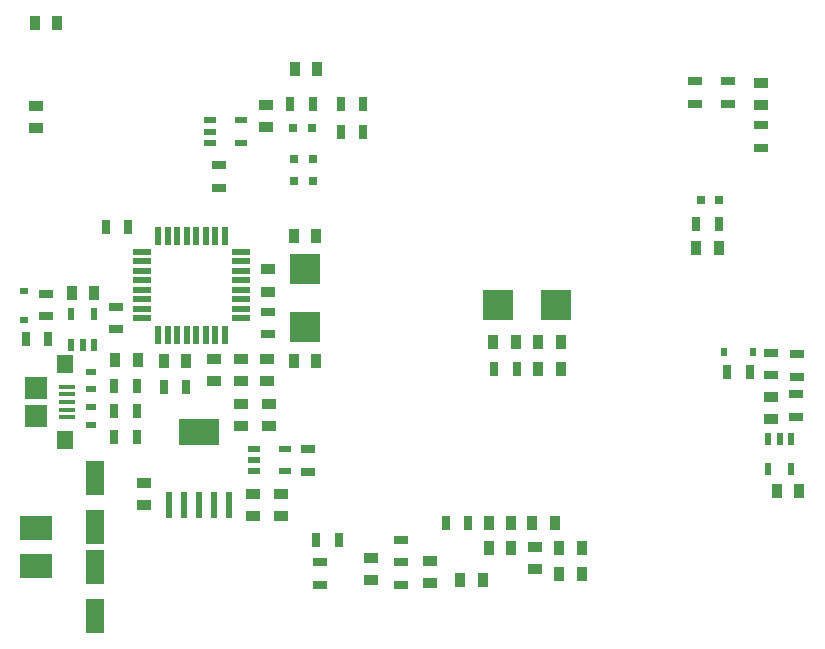
<source format=gtp>
G04*
G04 #@! TF.GenerationSoftware,Altium Limited,Altium Designer,20.1.14 (287)*
G04*
G04 Layer_Color=8421504*
%FSLAX44Y44*%
%MOMM*%
G71*
G04*
G04 #@! TF.SameCoordinates,62FEBE6E-F3EC-4242-810F-CB492347D0CA*
G04*
G04*
G04 #@! TF.FilePolarity,Positive*
G04*
G01*
G75*
%ADD15R,0.6000X2.2000*%
%ADD16R,3.5000X2.2000*%
%ADD17R,2.5000X2.6000*%
%ADD18R,2.6000X2.5000*%
%ADD19R,1.1000X0.6000*%
%ADD20R,0.6000X1.1000*%
%ADD21R,1.6000X3.0000*%
%ADD22R,2.7000X2.0000*%
%ADD23R,0.8000X0.8000*%
%ADD24R,1.3500X0.4000*%
%ADD25R,1.4000X1.6000*%
%ADD26R,1.9000X1.9000*%
%ADD27R,1.5000X0.5500*%
%ADD28R,0.5500X1.5000*%
%ADD29R,0.6858X0.5588*%
%ADD30R,0.5588X0.6858*%
%ADD31R,1.3000X0.7000*%
%ADD32R,0.7000X1.3000*%
%ADD33R,0.9000X0.6000*%
%ADD34R,1.3000X0.9000*%
%ADD35R,0.9000X1.3000*%
D15*
X134600Y114000D02*
D03*
X147300D02*
D03*
X160000D02*
D03*
X172700D02*
D03*
X185400D02*
D03*
D16*
X160000Y176000D02*
D03*
D17*
X462500Y283000D02*
D03*
X413500D02*
D03*
D18*
X250000Y264500D02*
D03*
Y313500D02*
D03*
D19*
X170000Y439500D02*
D03*
Y430000D02*
D03*
Y420500D02*
D03*
X196000Y439500D02*
D03*
Y420500D02*
D03*
X207000Y161500D02*
D03*
Y152000D02*
D03*
Y142500D02*
D03*
X233000Y161500D02*
D03*
Y142500D02*
D03*
D20*
X52250Y249500D02*
D03*
X61750D02*
D03*
X71250D02*
D03*
X52250Y275500D02*
D03*
X71250D02*
D03*
X661500Y170000D02*
D03*
X652000D02*
D03*
X642500D02*
D03*
X661500Y144000D02*
D03*
X642500D02*
D03*
D21*
X72000Y136500D02*
D03*
Y95500D02*
D03*
Y61000D02*
D03*
Y20000D02*
D03*
D22*
X22000Y94000D02*
D03*
Y62000D02*
D03*
D23*
X601000Y372000D02*
D03*
X585000D02*
D03*
X256000Y433000D02*
D03*
X240000D02*
D03*
X257000Y407000D02*
D03*
X241000D02*
D03*
X257000Y388000D02*
D03*
X241000D02*
D03*
D24*
X48745Y188000D02*
D03*
Y207500D02*
D03*
Y201000D02*
D03*
Y194500D02*
D03*
Y214000D02*
D03*
D25*
X46495Y169000D02*
D03*
Y233000D02*
D03*
D26*
X21995Y189000D02*
D03*
Y213000D02*
D03*
D27*
X196000Y272000D02*
D03*
Y280000D02*
D03*
Y288000D02*
D03*
Y296000D02*
D03*
Y304000D02*
D03*
Y312000D02*
D03*
Y320000D02*
D03*
Y328000D02*
D03*
X112000D02*
D03*
Y320000D02*
D03*
Y312000D02*
D03*
Y304000D02*
D03*
Y296000D02*
D03*
Y288000D02*
D03*
Y280000D02*
D03*
Y272000D02*
D03*
D28*
X182000Y342000D02*
D03*
X174000D02*
D03*
X166000D02*
D03*
X158000D02*
D03*
X150000D02*
D03*
X142000D02*
D03*
X134000D02*
D03*
X126000D02*
D03*
Y258000D02*
D03*
X134000D02*
D03*
X142000D02*
D03*
X150000D02*
D03*
X158000D02*
D03*
X166000D02*
D03*
X174000D02*
D03*
X182000D02*
D03*
D29*
X12000Y295192D02*
D03*
Y270808D02*
D03*
D30*
X604808Y243500D02*
D03*
X629192D02*
D03*
D31*
X177000Y382500D02*
D03*
Y401500D02*
D03*
X90000Y281500D02*
D03*
Y262500D02*
D03*
X219000Y258500D02*
D03*
Y277500D02*
D03*
X608000Y453500D02*
D03*
Y472500D02*
D03*
X580250Y453500D02*
D03*
Y472500D02*
D03*
X636000Y416500D02*
D03*
Y435500D02*
D03*
X666000Y188500D02*
D03*
Y207500D02*
D03*
X31000Y273500D02*
D03*
Y292500D02*
D03*
X667000Y241500D02*
D03*
Y222500D02*
D03*
X263000Y65500D02*
D03*
Y46500D02*
D03*
X253000Y142000D02*
D03*
Y161000D02*
D03*
X645000Y242500D02*
D03*
Y223500D02*
D03*
X331000Y84500D02*
D03*
Y65500D02*
D03*
Y65500D02*
D03*
Y46500D02*
D03*
D32*
X280500Y453000D02*
D03*
X299500D02*
D03*
X280500Y430000D02*
D03*
X299500D02*
D03*
X100500Y349000D02*
D03*
X81500D02*
D03*
X88500Y215000D02*
D03*
X107500D02*
D03*
X88500Y193000D02*
D03*
X107500D02*
D03*
X88500Y171000D02*
D03*
X107500D02*
D03*
X388500Y99000D02*
D03*
X369500D02*
D03*
X607750Y226250D02*
D03*
X626750D02*
D03*
X256500Y453000D02*
D03*
X237500D02*
D03*
X429500Y229000D02*
D03*
X410500D02*
D03*
X600500Y352000D02*
D03*
X581500D02*
D03*
X13500Y254000D02*
D03*
X32500D02*
D03*
X278500Y84000D02*
D03*
X259500D02*
D03*
X130500Y214000D02*
D03*
X149500D02*
D03*
D33*
X69000Y211750D02*
D03*
Y226750D02*
D03*
Y196750D02*
D03*
Y181750D02*
D03*
D34*
X218000Y237500D02*
D03*
Y218500D02*
D03*
X196000Y218500D02*
D03*
Y237500D02*
D03*
X219000Y313500D02*
D03*
Y294500D02*
D03*
X173000Y218500D02*
D03*
Y237500D02*
D03*
X22750Y451750D02*
D03*
Y432750D02*
D03*
X636000Y452500D02*
D03*
Y471500D02*
D03*
X114000Y132500D02*
D03*
Y113500D02*
D03*
X206000Y123500D02*
D03*
Y104500D02*
D03*
X306000Y69000D02*
D03*
Y50000D02*
D03*
X356000Y66500D02*
D03*
Y47500D02*
D03*
X217000Y433500D02*
D03*
Y452500D02*
D03*
X220000Y199500D02*
D03*
Y180500D02*
D03*
X645000Y186500D02*
D03*
Y205500D02*
D03*
X230000Y123500D02*
D03*
Y104500D02*
D03*
X196000Y180500D02*
D03*
Y199500D02*
D03*
X445000Y59500D02*
D03*
Y78500D02*
D03*
D35*
X149500Y236000D02*
D03*
X130500D02*
D03*
X259500Y342000D02*
D03*
X240500D02*
D03*
X259500Y236000D02*
D03*
X240500D02*
D03*
X400500Y50000D02*
D03*
X381500D02*
D03*
X40500Y522000D02*
D03*
X21500D02*
D03*
X465500Y77000D02*
D03*
X484500D02*
D03*
X447500Y229000D02*
D03*
X466500D02*
D03*
X241500Y483000D02*
D03*
X260500D02*
D03*
X405500Y77000D02*
D03*
X424500D02*
D03*
X405500Y99000D02*
D03*
X424500D02*
D03*
X442500D02*
D03*
X461500D02*
D03*
X409500Y252000D02*
D03*
X428500D02*
D03*
X466500D02*
D03*
X447500D02*
D03*
X668500Y126000D02*
D03*
X649500D02*
D03*
X71500Y293250D02*
D03*
X52500D02*
D03*
X108500Y237000D02*
D03*
X89500D02*
D03*
X600500Y331000D02*
D03*
X581500D02*
D03*
X465500Y55000D02*
D03*
X484500D02*
D03*
M02*

</source>
